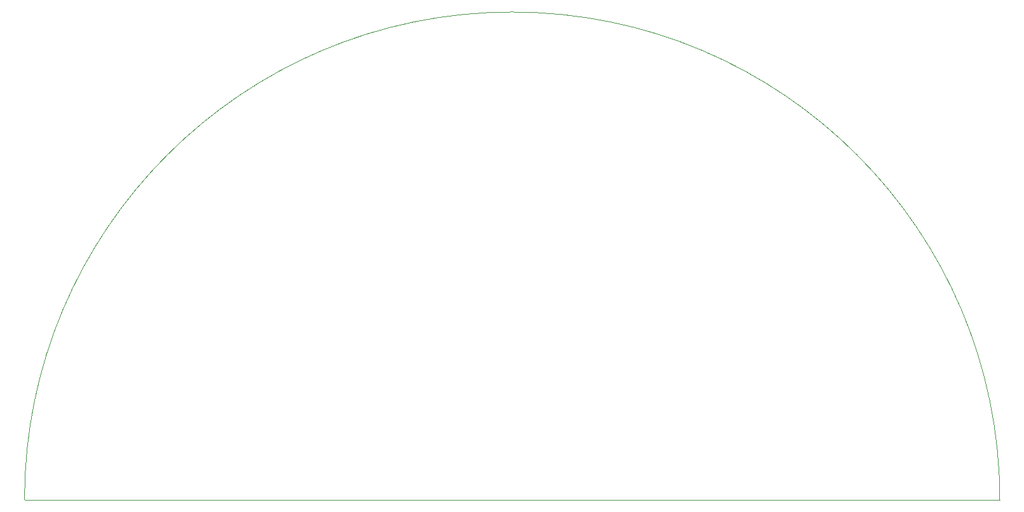
<source format=gbr>
%TF.GenerationSoftware,KiCad,Pcbnew,7.0.9*%
%TF.CreationDate,2024-02-29T12:55:39-04:00*%
%TF.ProjectId,phantomArc,7068616e-746f-46d4-9172-632e6b696361,v0.1*%
%TF.SameCoordinates,Original*%
%TF.FileFunction,Profile,NP*%
%FSLAX46Y46*%
G04 Gerber Fmt 4.6, Leading zero omitted, Abs format (unit mm)*
G04 Created by KiCad (PCBNEW 7.0.9) date 2024-02-29 12:55:39*
%MOMM*%
%LPD*%
G01*
G04 APERTURE LIST*
%TA.AperFunction,Profile*%
%ADD10C,0.025400*%
%TD*%
G04 APERTURE END LIST*
D10*
X220000000Y-130000000D02*
X90000000Y-130000000D01*
X220000000Y-130000000D02*
G75*
G03*
X90000000Y-130000000I-65000000J0D01*
G01*
M02*

</source>
